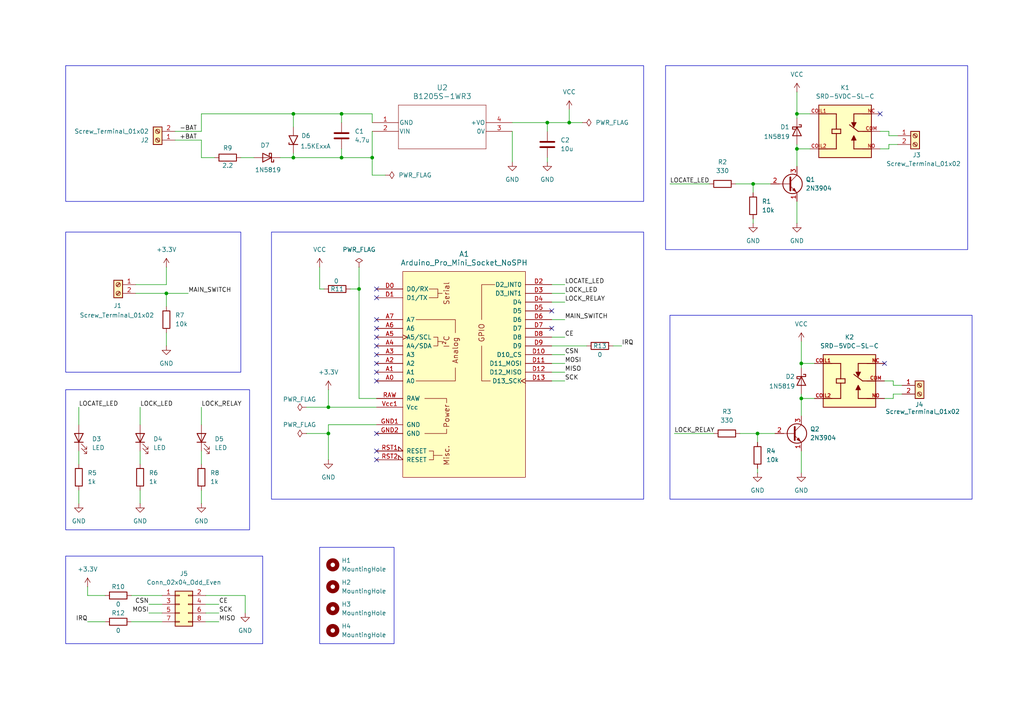
<source format=kicad_sch>
(kicad_sch (version 20250114) (generator "eeschema") (generator_version "9.0")
  (paper "A4")
  (title_block (title "Smart Key System - Receiver") (date "2025-05-07"))
  (lib_symbols
    (symbol "2025-05-05_17-54-42:B1205S-1WR3" (pin_names (offset 0.254))
      (property "Reference" "U" (at 20.32 10.16 0))
      (property "Value" "B1205S-1WR3" (at 20.32 7.62 0))
      (symbol "B1205S-1WR3_0_1"
        (polyline (pts (xy 7.62 5.08) (xy 7.62 -7.62)) (stroke (width 0.127)))
        (polyline (pts (xy 7.62 -7.62) (xy 33.02 -7.62)) (stroke (width 0.127)))
        (polyline (pts (xy 33.02 5.08) (xy 7.62 5.08)) (stroke (width 0.127)))
        (polyline (pts (xy 33.02 -7.62) (xy 33.02 5.08)) (stroke (width 0.127)))
        (pin power_out line (at 0 0 0) (length 7.62) (name "GND") (number "1"))
        (pin power_in line (at 0 -2.54 0) (length 7.62) (name "VIN") (number "2"))
        (pin power_in line (at 40.64 0 180) (length 7.62) (name "+VO") (number "4"))
        (pin unspecified line (at 40.64 -2.54 180) (length 7.62) (name "0V") (number "3"))
      )
    )
    (symbol "Connector:Screw_Terminal_01x02" (pin_names (offset 1.016) (hide yes))
      (property "Reference" "J" (at 0 2.54 0))
      (property "Value" "Screw_Terminal_01x02" (at 0 -5.08 0))
      (symbol "Screw_Terminal_01x02_1_1"
        (rectangle (start -1.27 1.27) (end 1.27 -3.81) (stroke (width 0.254)) (fill (type background)))
        (polyline (pts (xy -0.5334 0.3302) (xy 0.3302 -0.508)) (stroke (width 0.1524)))
        (polyline (pts (xy -0.5334 -2.2098) (xy 0.3302 -3.048)) (stroke (width 0.1524)))
        (polyline (pts (xy -0.3556 0.508) (xy 0.508 -0.3302)) (stroke (width 0.1524)))
        (polyline (pts (xy -0.3556 -2.032) (xy 0.508 -2.8702)) (stroke (width 0.1524)))
        (circle (center 0 0) (radius 0.635) (stroke (width 0.1524)))
        (circle (center 0 -2.54) (radius 0.635) (stroke (width 0.1524)))
        (pin passive line (at -5.08 0 0) (length 3.81) (name "Pin_1") (number "1"))
        (pin passive line (at -5.08 -2.54 0) (length 3.81) (name "Pin_2") (number "2"))
      )
    )
    (symbol "Connector_Generic:Conn_02x04_Odd_Even" (pin_names (offset 1.016) (hide yes))
      (property "Reference" "J" (at 1.27 5.08 0))
      (property "Value" "Conn_02x04_Odd_Even" (at 1.27 -7.62 0))
      (symbol "Conn_02x04_Odd_Even_1_1"
        (rectangle (start -1.27 3.81) (end 3.81 -6.35) (stroke (width 0.254)) (fill (type background)))
        (rectangle (start -1.27 2.667) (end 0 2.413) (stroke (width 0.1524)))
        (rectangle (start -1.27 0.127) (end 0 -0.127) (stroke (width 0.1524)))
        (rectangle (start -1.27 -2.413) (end 0 -2.667) (stroke (width 0.1524)))
        (rectangle (start -1.27 -4.953) (end 0 -5.207) (stroke (width 0.1524)))
        (rectangle (start 3.81 2.667) (end 2.54 2.413) (stroke (width 0.1524)))
        (rectangle (start 3.81 0.127) (end 2.54 -0.127) (stroke (width 0.1524)))
        (rectangle (start 3.81 -2.413) (end 2.54 -2.667) (stroke (width 0.1524)))
        (rectangle (start 3.81 -4.953) (end 2.54 -5.207) (stroke (width 0.1524)))
        (pin passive line (at -5.08 2.54 0) (length 3.81) (name "Pin_1") (number "1"))
        (pin passive line (at -5.08 0 0) (length 3.81) (name "Pin_3") (number "3"))
        (pin passive line (at -5.08 -2.54 0) (length 3.81) (name "Pin_5") (number "5"))
        (pin passive line (at -5.08 -5.08 0) (length 3.81) (name "Pin_7") (number "7"))
        (pin passive line (at 7.62 2.54 180) (length 3.81) (name "Pin_2") (number "2"))
        (pin passive line (at 7.62 0 180) (length 3.81) (name "Pin_4") (number "4"))
        (pin passive line (at 7.62 -2.54 180) (length 3.81) (name "Pin_6") (number "6"))
        (pin passive line (at 7.62 -5.08 180) (length 3.81) (name "Pin_8") (number "8"))
      )
    )
    (symbol "Device:C" (pin_numbers (hide yes)) (pin_names (offset 0.254))
      (property "Reference" "C" (at 0.635 2.54 0))
      (property "Value" "C" (at 0.635 -2.54 0))
      (symbol "C_0_1"
        (polyline (pts (xy -2.032 0.762) (xy 2.032 0.762)) (stroke (width 0.508)))
        (polyline (pts (xy -2.032 -0.762) (xy 2.032 -0.762)) (stroke (width 0.508)))
      )
      (symbol "C_1_1"
        (pin passive line (at 0 3.81 270) (length 2.794) (name "~") (number "1"))
        (pin passive line (at 0 -3.81 90) (length 2.794) (name "~") (number "2"))
      )
    )
    (symbol "Device:LED" (pin_numbers (hide yes)) (pin_names (offset 1.016) (hide yes))
      (property "Reference" "D" (at 0 2.54 0))
      (property "Value" "LED" (at 0 -2.54 0))
      (symbol "LED_0_1"
        (polyline (pts (xy -3.048 -0.762) (xy -4.572 -2.286) (xy -3.81 -2.286) (xy -4.572 -2.286) (xy -4.572 -1.524)))
        (polyline (pts (xy -1.778 -0.762) (xy -3.302 -2.286) (xy -2.54 -2.286) (xy -3.302 -2.286) (xy -3.302 -1.524)))
        (polyline (pts (xy -1.27 0) (xy 1.27 0)))
        (polyline (pts (xy -1.27 -1.27) (xy -1.27 1.27)) (stroke (width 0.254)))
        (polyline (pts (xy 1.27 -1.27) (xy 1.27 1.27) (xy -1.27 0) (xy 1.27 -1.27)) (stroke (width 0.254)))
      )
      (symbol "LED_1_1"
        (pin passive line (at -3.81 0 0) (length 2.54) (name "K") (number "1"))
        (pin passive line (at 3.81 0 180) (length 2.54) (name "A") (number "2"))
      )
    )
    (symbol "Device:R" (pin_numbers (hide yes)) (pin_names (offset 0))
      (property "Reference" "R" (at 2.032 0 90))
      (property "Value" "R" (at 0 0 90))
      (symbol "R_0_1"
        (rectangle (start -1.016 -2.54) (end 1.016 2.54) (stroke (width 0.254)))
      )
      (symbol "R_1_1"
        (pin passive line (at 0 3.81 270) (length 1.27) (name "~") (number "1"))
        (pin passive line (at 0 -3.81 90) (length 1.27) (name "~") (number "2"))
      )
    )
    (symbol "Diode:1.5KExxA" (pin_numbers (hide yes)) (pin_names (offset 1.016) (hide yes))
      (property "Reference" "D" (at 0 2.54 0))
      (property "Value" "1.5KExxA" (at 0 -2.54 0))
      (symbol "1.5KExxA_0_1"
        (polyline (pts (xy -0.762 1.27) (xy -1.27 1.27) (xy -1.27 -1.27)) (stroke (width 0.254)))
        (polyline (pts (xy 1.27 1.27) (xy 1.27 -1.27) (xy -1.27 0) (xy 1.27 1.27)) (stroke (width 0.254)))
      )
      (symbol "1.5KExxA_1_1"
        (pin passive line (at -3.81 0 0) (length 2.54) (name "A1") (number "1"))
        (pin passive line (at 3.81 0 180) (length 2.54) (name "A2") (number "2"))
      )
    )
    (symbol "Diode:1N5819" (pin_numbers (hide yes)) (pin_names (offset 1.016) (hide yes))
      (property "Reference" "D" (at 0 2.54 0))
      (property "Value" "1N5819" (at 0 -2.54 0))
      (symbol "1N5819_0_1"
        (polyline (pts (xy -1.905 0.635) (xy -1.905 1.27) (xy -1.27 1.27) (xy -1.27 -1.27) (xy -0.635 -1.27) (xy -0.635 -0.635)) (stroke (width 0.254)))
        (polyline (pts (xy 1.27 1.27) (xy 1.27 -1.27) (xy -1.27 0) (xy 1.27 1.27)) (stroke (width 0.254)))
        (polyline (pts (xy 1.27 0) (xy -1.27 0)))
      )
      (symbol "1N5819_1_1"
        (pin passive line (at -3.81 0 0) (length 2.54) (name "K") (number "1"))
        (pin passive line (at 3.81 0 180) (length 2.54) (name "A") (number "2"))
      )
    )
    (symbol "Mechanical:MountingHole" (pin_names (offset 1.016)) (in_bom no)
      (property "Reference" "H" (at 0 5.08 0))
      (property "Value" "MountingHole" (at 0 3.175 0))
      (symbol "MountingHole_0_1"
        (circle (center 0 0) (radius 1.27) (stroke (width 1.27)))
      )
    )
    (symbol "PCM_arduino-library:Arduino_Pro_Mini_Socket_NoSPH" (pin_names (offset 1.016))
      (property "Reference" "A" (at 0 36.83 0))
      (property "Value" "Arduino_Pro_Mini_Socket_NoSPH" (at 0 33.02 0))
      (symbol "Arduino_Pro_Mini_Socket_NoSPH_0_0"
        (rectangle (start -17.78 30.48) (end 17.78 -29.21) (fill (type background)))
        (polyline (pts (xy -11.43 -16.51) (xy -5.08 -16.51) (xy -5.08 -15.24)))
        (polyline (pts (xy -10.16 25.4) (xy -7.62 25.4) (xy -7.62 22.86) (xy -10.16 22.86)))
        (polyline (pts (xy -8.89 11.43) (xy -7.62 11.43) (xy -7.62 8.89) (xy -8.89 8.89)))
        (polyline (pts (xy -7.62 24.13) (xy -6.35 24.13)))
        (polyline (pts (xy -7.62 10.16) (xy -6.35 10.16)))
        (polyline (pts (xy -6.35 -22.86) (xy -8.89 -22.86)))
        (polyline (pts (xy -5.08 -7.62) (xy -5.08 -6.35) (xy -11.43 -6.35)))
        (polyline (pts (xy -2.54 12.7) (xy -2.54 16.51) (xy -13.97 16.51)))
        (polyline (pts (xy -2.54 2.54) (xy -2.54 -1.27) (xy -13.97 -1.27)))
        (text "Serial" (at -5.08 24.13 900) (effects (font (size 1.524 1.524))))
        (text "I²C" (at -5.08 10.16 900) (effects (font (size 1.524 1.524))))
        (text "Power" (at -5.08 -11.43 900) (effects (font (size 1.524 1.524))))
        (text "Misc." (at -5.08 -22.86 900) (effects (font (size 1.524 1.524))))
        (text "Analog" (at -2.54 7.62 900) (effects (font (size 1.524 1.524))))
      )
      (symbol "Arduino_Pro_Mini_Socket_NoSPH_0_1"
        (polyline (pts (xy -10.16 -24.13) (xy -8.89 -24.13) (xy -8.89 -21.59) (xy -10.16 -21.59)))
        (polyline (pts (xy 7.62 -1.27) (xy 5.08 -1.27) (xy 5.08 8.89)))
        (polyline (pts (xy 8.89 26.67) (xy 5.08 26.67) (xy 5.08 16.51)))
      )
      (symbol "Arduino_Pro_Mini_Socket_NoSPH_1_0"
        (text "GPIO" (at 5.08 12.7 900) (effects (font (size 1.524 1.524))))
      )
      (symbol "Arduino_Pro_Mini_Socket_NoSPH_1_1"
        (pin bidirectional line (at -25.4 25.4 0) (length 7.62) (name "D0/RX") (number "D0"))
        (pin bidirectional line (at -25.4 22.86 0) (length 7.62) (name "D1/TX") (number "D1"))
        (pin input line (at -25.4 16.51 0) (length 7.62) (name "A7") (number "A7"))
        (pin input line (at -25.4 13.97 0) (length 7.62) (name "A6") (number "A6"))
        (pin bidirectional clock (at -25.4 11.43 0) (length 7.62) (name "A5/SCL") (number "A5"))
        (pin bidirectional line (at -25.4 8.89 0) (length 7.62) (name "A4/SDA") (number "A4"))
        (pin bidirectional line (at -25.4 6.35 0) (length 7.62) (name "A3") (number "A3"))
        (pin bidirectional line (at -25.4 3.81 0) (length 7.62) (name "A2") (number "A2"))
        (pin bidirectional line (at -25.4 1.27 0) (length 7.62) (name "A1") (number "A1"))
        (pin bidirectional line (at -25.4 -1.27 0) (length 7.62) (name "A0") (number "A0"))
        (pin power_in line (at -25.4 -6.35 0) (length 7.62) (name "RAW") (number "RAW"))
        (pin power_in line (at -25.4 -8.89 0) (length 7.62) (name "Vcc") (number "Vcc1"))
        (pin power_in line (at -25.4 -13.97 0) (length 7.62) (name "GND") (number "GND1"))
        (pin power_in line (at -25.4 -16.51 0) (length 7.62) (name "GND") (number "GND2"))
        (pin open_collector input_low (at -25.4 -21.59 0) (length 7.62) (name "RESET") (number "RST1"))
        (pin open_collector input_low (at -25.4 -24.13 0) (length 7.62) (name "RESET") (number "RST2"))
        (pin bidirectional line (at 25.4 26.67 180) (length 7.62) (name "D2_INT0") (number "D2"))
        (pin bidirectional line (at 25.4 24.13 180) (length 7.62) (name "D3_INT1") (number "D3"))
        (pin bidirectional line (at 25.4 21.59 180) (length 7.62) (name "D4") (number "D4"))
        (pin bidirectional line (at 25.4 19.05 180) (length 7.62) (name "D5") (number "D5"))
        (pin bidirectional line (at 25.4 16.51 180) (length 7.62) (name "D6") (number "D6"))
        (pin bidirectional line (at 25.4 13.97 180) (length 7.62) (name "D7") (number "D7"))
        (pin bidirectional line (at 25.4 11.43 180) (length 7.62) (name "D8") (number "D8"))
        (pin bidirectional line (at 25.4 8.89 180) (length 7.62) (name "D9") (number "D9"))
        (pin bidirectional line (at 25.4 6.35 180) (length 7.62) (name "D10_CS") (number "D10"))
        (pin bidirectional line (at 25.4 3.81 180) (length 7.62) (name "D11_MOSI") (number "D11"))
        (pin bidirectional line (at 25.4 1.27 180) (length 7.62) (name "D12_MISO") (number "D12"))
        (pin bidirectional clock (at 25.4 -1.27 180) (length 7.62) (name "D13_SCK") (number "D13"))
      )
    )
    (symbol "SRD-12VDC-SL-C:SRD-12VDC-SL-C" (pin_names (offset 1.016))
      (property "Reference" "K" (at -7.62 8.89 0))
      (property "Value" "SRD-12VDC-SL-C" (at -7.62 -10.16 0))
      (symbol "SRD-12VDC-SL-C_0_0"
        (polyline (pts (xy -7.62 5.08) (xy -2.54 5.08)) (stroke (width 0.254)))
        (polyline (pts (xy -7.62 -5.08) (xy -2.54 -5.08)) (stroke (width 0.254)))
        (rectangle (start -7.62 -7.62) (end 7.62 7.62) (stroke (width 0.254)) (fill (type background)))
        (polyline (pts (xy -3.81 0.635) (xy -2.54 0.635)) (stroke (width 0.254)))
        (polyline (pts (xy -3.81 -0.635) (xy -3.81 0.635)) (stroke (width 0.254)))
        (polyline (pts (xy -2.54 5.08) (xy -2.54 0.635)) (stroke (width 0.254)))
        (polyline (pts (xy -2.54 0.635) (xy -1.27 0.635)) (stroke (width 0.254)))
        (polyline (pts (xy -2.54 -0.635) (xy -3.81 -0.635)) (stroke (width 0.254)))
        (polyline (pts (xy -2.54 -0.635) (xy -2.54 -5.08)) (stroke (width 0.254)))
        (polyline (pts (xy -1.27 0.635) (xy -1.27 -0.635)) (stroke (width 0.254)))
        (polyline (pts (xy -1.27 -0.635) (xy -2.54 -0.635)) (stroke (width 0.254)))
        (polyline (pts (xy 1.905 -2.54) (xy 3.175 -2.54) (xy 2.54 -1.27) (xy 1.905 -2.54)) (stroke (width 0.254)) (fill (type outline)))
        (polyline (pts (xy 2.54 5.08) (xy 2.54 2.54)) (stroke (width 0.254)))
        (polyline (pts (xy 2.54 5.08) (xy 7.62 5.08)) (stroke (width 0.254)))
        (polyline (pts (xy 2.54 -5.08) (xy 2.54 -2.54)) (stroke (width 0.254)))
        (polyline (pts (xy 3.175 2.54) (xy 1.905 2.54) (xy 2.54 1.27) (xy 3.175 2.54)) (stroke (width 0.254)) (fill (type outline)))
        (polyline (pts (xy 3.81 0) (xy 1.27 1.905)) (stroke (width 0.254)))
        (polyline (pts (xy 7.62 0) (xy 3.81 0)) (stroke (width 0.254)))
        (polyline (pts (xy 7.62 -5.08) (xy 2.54 -5.08)) (stroke (width 0.254)))
        (pin passive line (at -10.16 5.08 0) (length 5.08) (name "~") (number "COIL1"))
        (pin passive line (at -10.16 -5.08 0) (length 5.08) (name "~") (number "COIL2"))
        (pin passive line (at 10.16 5.08 180) (length 5.08) (name "~") (number "NC"))
        (pin passive line (at 10.16 0 180) (length 5.08) (name "~") (number "COM"))
        (pin passive line (at 10.16 -5.08 180) (length 5.08) (name "~") (number "NO"))
      )
    )
    (symbol "Transistor_BJT:2N3904" (pin_names (offset 0) (hide yes))
      (property "Reference" "Q" (at 5.08 1.905 0))
      (property "Value" "2N3904" (at 5.08 0 0))
      (symbol "2N3904_0_1"
        (polyline (pts (xy -2.54 0) (xy 0.635 0)))
        (polyline (pts (xy 0.635 1.905) (xy 0.635 -1.905)) (stroke (width 0.508)))
        (circle (center 1.27 0) (radius 2.8194) (stroke (width 0.254)))
      )
      (symbol "2N3904_1_1"
        (polyline (pts (xy 0.635 0.635) (xy 2.54 2.54)))
        (polyline (pts (xy 0.635 -0.635) (xy 2.54 -2.54)))
        (polyline (pts (xy 1.27 -1.778) (xy 1.778 -1.27) (xy 2.286 -2.286) (xy 1.27 -1.778)) (fill (type outline)))
        (pin input line (at -5.08 0 0) (length 2.54) (name "B") (number "2"))
        (pin passive line (at 2.54 5.08 270) (length 2.54) (name "C") (number "3"))
        (pin passive line (at 2.54 -5.08 90) (length 2.54) (name "E") (number "1"))
      )
    )
    (symbol "power:+3.3V" (power) (pin_numbers (hide yes)) (pin_names (offset 0) (hide yes))
      (property "Value" "+3.3V" (at 0 3.556 0))
      (symbol "+3.3V_0_1"
        (polyline (pts (xy -0.762 1.27) (xy 0 2.54)))
        (polyline (pts (xy 0 2.54) (xy 0.762 1.27)))
        (polyline (pts (xy 0 0) (xy 0 2.54)))
      )
      (symbol "+3.3V_1_1"
        (pin power_in line (at 0 0 90) (length 0) (name "~") (number "1"))
      )
    )
    (symbol "power:GND" (power) (pin_numbers (hide yes)) (pin_names (offset 0) (hide yes))
      (property "Value" "GND" (at 0 -3.81 0))
      (symbol "GND_0_1"
        (polyline (pts (xy 0 0) (xy 0 -1.27) (xy 1.27 -1.27) (xy 0 -2.54) (xy -1.27 -1.27) (xy 0 -1.27)))
      )
      (symbol "GND_1_1"
        (pin power_in line (at 0 0 270) (length 0) (name "~") (number "1"))
      )
    )
    (symbol "power:PWR_FLAG" (power) (pin_numbers (hide yes)) (pin_names (offset 0) (hide yes))
      (property "Value" "PWR_FLAG" (at 0 3.81 0))
      (symbol "PWR_FLAG_0_0"
        (pin power_out line (at 0 0 90) (length 0) (name "~") (number "1"))
      )
      (symbol "PWR_FLAG_0_1"
        (polyline (pts (xy 0 0) (xy 0 1.27) (xy -1.016 1.905) (xy 0 2.54) (xy 1.016 1.905) (xy 0 1.27)))
      )
    )
    (symbol "power:VCC" (power) (pin_numbers (hide yes)) (pin_names (offset 0) (hide yes))
      (property "Value" "VCC" (at 0 3.556 0))
      (symbol "VCC_0_1"
        (polyline (pts (xy -0.762 1.27) (xy 0 2.54)))
        (polyline (pts (xy 0 2.54) (xy 0.762 1.27)))
        (polyline (pts (xy 0 0) (xy 0 2.54)))
      )
      (symbol "VCC_1_1"
        (pin power_in line (at 0 0 90) (length 0) (name "~") (number "1"))
      )
    )
  )
  (rectangle (start 193.04 19.05) (end 280.67 72.39))
  (rectangle (start 19.05 67.31) (end 69.85 107.95))
  (rectangle (start 194.31 91.44) (end 281.94 144.78))
  (rectangle (start 19.05 113.03) (end 72.39 153.67))
  (rectangle (start 92.71 158.75) (end 114.3 186.69))
  (rectangle (start 78.74 67.31) (end 186.69 144.78))
  (rectangle (start 19.05 19.05) (end 186.69 58.42))
  (rectangle (start 19.05 161.29) (end 76.2 186.69))
  (junction (at 99.06 33.02))
  (junction (at 232.41 115.57))
  (junction (at 218.44 53.34))
  (junction (at 232.41 105.41))
  (junction (at 231.14 43.18))
  (junction (at 104.14 83.82))
  (junction (at 95.25 125.73))
  (junction (at 231.14 33.02))
  (junction (at 158.75 35.56))
  (junction (at 48.26 85.09))
  (junction (at 107.95 45.72))
  (junction (at 219.71 125.73))
  (junction (at 99.06 45.72))
  (junction (at 85.09 45.72))
  (junction (at 95.25 118.11))
  (junction (at 85.09 33.02))
  (junction (at 165.1 35.56))
  (no_connect (at 256.54 105.41))
  (no_connect (at 109.22 133.35))
  (no_connect (at 109.22 102.87))
  (no_connect (at 109.22 97.79))
  (no_connect (at 160.02 95.25))
  (no_connect (at 109.22 105.41))
  (no_connect (at 160.02 90.17))
  (no_connect (at 109.22 125.73))
  (no_connect (at 109.22 110.49))
  (no_connect (at 109.22 86.36))
  (no_connect (at 109.22 100.33))
  (no_connect (at 255.27 33.02))
  (no_connect (at 109.22 92.71))
  (no_connect (at 109.22 95.25))
  (no_connect (at 109.22 107.95))
  (no_connect (at 109.22 83.82))
  (no_connect (at 109.22 130.81))
  (wire (pts (xy 48.26 85.09) (xy 48.26 88.9)))
  (wire (pts (xy 218.44 53.34) (xy 223.52 53.34)))
  (wire (pts (xy 107.95 45.72) (xy 99.06 45.72)))
  (wire (pts (xy 81.28 45.72) (xy 85.09 45.72)))
  (wire (pts (xy 58.42 130.81) (xy 58.42 134.62)))
  (wire (pts (xy 95.25 118.11) (xy 95.25 113.03)))
  (wire (pts (xy 148.59 35.56) (xy 158.75 35.56)))
  (wire (pts (xy 38.1 180.34) (xy 46.99 180.34)))
  (wire (pts (xy 160.02 100.33) (xy 170.18 100.33)))
  (wire (pts (xy 95.25 125.73) (xy 88.9 125.73)))
  (wire (pts (xy 219.71 125.73) (xy 224.79 125.73)))
  (wire (pts (xy 218.44 63.5) (xy 218.44 64.77)))
  (wire (pts (xy 40.64 130.81) (xy 40.64 134.62)))
  (wire (pts (xy 107.95 33.02) (xy 107.95 35.56)))
  (wire (pts (xy 177.8 100.33) (xy 180.34 100.33)))
  (wire (pts (xy 59.69 180.34) (xy 63.5 180.34)))
  (wire (pts (xy 158.75 35.56) (xy 165.1 35.56)))
  (wire (pts (xy 48.26 85.09) (xy 54.61 85.09)))
  (wire (pts (xy 232.41 130.81) (xy 232.41 137.16)))
  (wire (pts (xy 234.95 33.02) (xy 231.14 33.02)))
  (wire (pts (xy 92.71 83.82) (xy 93.98 83.82)))
  (wire (pts (xy 194.31 53.34) (xy 205.74 53.34)))
  (wire (pts (xy 255.27 43.18) (xy 257.81 43.18)))
  (wire (pts (xy 88.9 118.11) (xy 95.25 118.11)))
  (wire (pts (xy 257.81 38.1) (xy 257.81 39.37)))
  (wire (pts (xy 195.58 125.73) (xy 207.01 125.73)))
  (wire (pts (xy 39.37 85.09) (xy 48.26 85.09)))
  (wire (pts (xy 158.75 46.99) (xy 158.75 45.72)))
  (wire (pts (xy 236.22 105.41) (xy 232.41 105.41)))
  (wire (pts (xy 218.44 53.34) (xy 218.44 55.88)))
  (wire (pts (xy 85.09 33.02) (xy 85.09 36.83)))
  (wire (pts (xy 99.06 45.72) (xy 99.06 43.18)))
  (wire (pts (xy 259.08 114.3) (xy 261.62 114.3)))
  (wire (pts (xy 107.95 45.72) (xy 107.95 50.8)))
  (wire (pts (xy 95.25 123.19) (xy 95.25 125.73)))
  (wire (pts (xy 85.09 45.72) (xy 99.06 45.72)))
  (wire (pts (xy 255.27 38.1) (xy 257.81 38.1)))
  (wire (pts (xy 165.1 31.75) (xy 165.1 35.56)))
  (wire (pts (xy 58.42 118.11) (xy 58.42 123.19)))
  (wire (pts (xy 85.09 33.02) (xy 99.06 33.02)))
  (wire (pts (xy 232.41 114.3) (xy 232.41 115.57)))
  (wire (pts (xy 109.22 123.19) (xy 95.25 123.19)))
  (wire (pts (xy 22.86 130.81) (xy 22.86 134.62)))
  (wire (pts (xy 232.41 105.41) (xy 232.41 106.68)))
  (wire (pts (xy 219.71 125.73) (xy 219.71 128.27)))
  (wire (pts (xy 213.36 53.34) (xy 218.44 53.34)))
  (wire (pts (xy 232.41 115.57) (xy 232.41 120.65)))
  (wire (pts (xy 101.6 83.82) (xy 104.14 83.82)))
  (wire (pts (xy 219.71 135.89) (xy 219.71 137.16)))
  (wire (pts (xy 22.86 142.24) (xy 22.86 146.05)))
  (wire (pts (xy 58.42 38.1) (xy 50.8 38.1)))
  (wire (pts (xy 232.41 99.06) (xy 232.41 105.41)))
  (wire (pts (xy 231.14 26.67) (xy 231.14 33.02)))
  (wire (pts (xy 25.4 172.72) (xy 25.4 170.18)))
  (wire (pts (xy 104.14 115.57) (xy 109.22 115.57)))
  (wire (pts (xy 95.25 125.73) (xy 95.25 133.35)))
  (wire (pts (xy 259.08 110.49) (xy 259.08 111.76)))
  (wire (pts (xy 48.26 77.47) (xy 48.26 82.55)))
  (wire (pts (xy 256.54 115.57) (xy 259.08 115.57)))
  (wire (pts (xy 71.12 172.72) (xy 71.12 177.8)))
  (wire (pts (xy 165.1 35.56) (xy 168.91 35.56)))
  (wire (pts (xy 104.14 77.47) (xy 104.14 83.82)))
  (wire (pts (xy 158.75 35.56) (xy 158.75 38.1)))
  (wire (pts (xy 50.8 40.64) (xy 58.42 40.64)))
  (wire (pts (xy 231.14 41.91) (xy 231.14 43.18)))
  (wire (pts (xy 58.42 40.64) (xy 58.42 45.72)))
  (wire (pts (xy 39.37 82.55) (xy 48.26 82.55)))
  (wire (pts (xy 107.95 50.8) (xy 111.76 50.8)))
  (wire (pts (xy 257.81 43.18) (xy 257.81 41.91)))
  (wire (pts (xy 160.02 87.63) (xy 163.83 87.63)))
  (wire (pts (xy 259.08 111.76) (xy 261.62 111.76)))
  (wire (pts (xy 40.64 118.11) (xy 40.64 123.19)))
  (wire (pts (xy 22.86 118.11) (xy 22.86 123.19)))
  (wire (pts (xy 214.63 125.73) (xy 219.71 125.73)))
  (wire (pts (xy 160.02 97.79) (xy 163.83 97.79)))
  (wire (pts (xy 48.26 96.52) (xy 48.26 100.33)))
  (wire (pts (xy 58.42 33.02) (xy 58.42 38.1)))
  (wire (pts (xy 231.14 58.42) (xy 231.14 64.77)))
  (wire (pts (xy 59.69 175.26) (xy 63.5 175.26)))
  (wire (pts (xy 43.18 175.26) (xy 46.99 175.26)))
  (wire (pts (xy 231.14 43.18) (xy 231.14 48.26)))
  (wire (pts (xy 58.42 45.72) (xy 62.23 45.72)))
  (wire (pts (xy 148.59 38.1) (xy 148.59 46.99)))
  (wire (pts (xy 257.81 39.37) (xy 260.35 39.37)))
  (wire (pts (xy 69.85 45.72) (xy 73.66 45.72)))
  (wire (pts (xy 259.08 115.57) (xy 259.08 114.3)))
  (wire (pts (xy 59.69 177.8) (xy 63.5 177.8)))
  (wire (pts (xy 160.02 85.09) (xy 163.83 85.09)))
  (wire (pts (xy 99.06 33.02) (xy 107.95 33.02)))
  (wire (pts (xy 160.02 105.41) (xy 163.83 105.41)))
  (wire (pts (xy 43.18 177.8) (xy 46.99 177.8)))
  (wire (pts (xy 58.42 33.02) (xy 85.09 33.02)))
  (wire (pts (xy 160.02 102.87) (xy 163.83 102.87)))
  (wire (pts (xy 38.1 172.72) (xy 46.99 172.72)))
  (wire (pts (xy 257.81 41.91) (xy 260.35 41.91)))
  (wire (pts (xy 160.02 110.49) (xy 163.83 110.49)))
  (wire (pts (xy 160.02 82.55) (xy 163.83 82.55)))
  (wire (pts (xy 107.95 38.1) (xy 107.95 45.72)))
  (wire (pts (xy 92.71 77.47) (xy 92.71 83.82)))
  (wire (pts (xy 104.14 83.82) (xy 104.14 115.57)))
  (wire (pts (xy 25.4 180.34) (xy 30.48 180.34)))
  (wire (pts (xy 231.14 33.02) (xy 231.14 34.29)))
  (wire (pts (xy 231.14 43.18) (xy 234.95 43.18)))
  (wire (pts (xy 109.22 118.11) (xy 95.25 118.11)))
  (wire (pts (xy 59.69 172.72) (xy 71.12 172.72)))
  (wire (pts (xy 99.06 33.02) (xy 99.06 35.56)))
  (wire (pts (xy 58.42 142.24) (xy 58.42 146.05)))
  (wire (pts (xy 160.02 92.71) (xy 163.83 92.71)))
  (wire (pts (xy 256.54 110.49) (xy 259.08 110.49)))
  (wire (pts (xy 160.02 107.95) (xy 163.83 107.95)))
  (wire (pts (xy 232.41 115.57) (xy 236.22 115.57)))
  (wire (pts (xy 25.4 172.72) (xy 30.48 172.72)))
  (wire (pts (xy 40.64 142.24) (xy 40.64 146.05)))
  (wire (pts (xy 85.09 44.45) (xy 85.09 45.72)))
  (label "IRQ" (at 25.4 180.34 180))
  (label "+BAT" (at 52.07 40.64 0))
  (label "-BAT" (at 52.07 38.1 0))
  (label "SCK" (at 163.83 110.49 0))
  (label "MAIN_SWITCH" (at 163.83 92.71 0))
  (label "MAIN_SWITCH" (at 54.61 85.09 0))
  (label "CSN" (at 163.83 102.87 0))
  (label "CSN" (at 43.18 175.26 180))
  (label "CE" (at 63.5 175.26 0))
  (label "LOCATE_LED" (at 194.31 53.34 0))
  (label "MOSI" (at 43.18 177.8 180))
  (label "SCK" (at 63.5 177.8 0))
  (label "MISO" (at 63.5 180.34 0))
  (label "LOCK_LED" (at 163.83 85.09 0))
  (label "LOCK_RELAY" (at 163.83 87.63 0))
  (label "LOCK_RELAY" (at 195.58 125.73 0))
  (label "MISO" (at 163.83 107.95 0))
  (label "IRQ" (at 180.34 100.33 0))
  (label "LOCK_RELAY" (at 58.42 118.11 0))
  (label "MOSI" (at 163.83 105.41 0))
  (label "LOCK_LED" (at 40.64 118.11 0))
  (label "CE" (at 163.83 97.79 0))
  (label "LOCATE_LED" (at 22.86 118.11 0))
  (label "LOCATE_LED" (at 163.83 82.55 0))
  (symbol (lib_id "power:VCC") (at 165.1 31.75 0) (unit 1)
    (property "Reference" "#PWR05" (effects (hide yes)))
    (property "Value" "VCC" (at 165.1 26.67 0))
    (property "Description" "Power symbol creates a global label with name \"VCC\"" (effects (hide yes)))
  )
  (symbol (lib_id "Device:R") (at 97.79 83.82 270) (unit 1)
    (property "Reference" "R11" (at 97.79 83.82 90))
    (property "Value" "0" (at 97.536 81.534 90))
    (property "Footprint" "Resistor_THT:R_Axial_DIN0207_L6.3mm_D2.5mm_P15.24mm_Horizontal" (effects (hide yes)))
    (property "Description" "Resistor" (effects (hide yes)))
  )
  (symbol (lib_id "power:GND") (at 71.12 177.8 0) (unit 1)
    (property "Reference" "#PWR018" (effects (hide yes)))
    (property "Value" "GND" (at 71.12 182.88 0))
    (property "Description" "Power symbol creates a global label with name \"GND\" , ground" (effects (hide yes)))
  )
  (symbol (lib_id "power:VCC") (at 232.41 99.06 0) (unit 1)
    (property "Reference" "#PWR012" (effects (hide yes)))
    (property "Value" "VCC" (at 232.41 93.98 0))
    (property "Description" "Power symbol creates a global label with name \"VCC\"" (effects (hide yes)))
  )
  (symbol (lib_id "2025-05-05_17-54-42:B1205S-1WR3") (at 107.95 35.56 0) (unit 1)
    (property "Reference" "U2" (at 128.27 25.4 0) (effects (font (size 1.524 1.524))))
    (property "Value" "B1205S-1WR3" (at 128.27 27.94 0) (effects (font (size 1.524 1.524))))
    (property "Footprint" "footprints:SIP4_B_S-1WR3_MNS" (effects (hide yes)))
    (property "Datasheet" "B1205S-1WR3" (effects (hide yes)))
  )
  (symbol (lib_id "power:GND") (at 232.41 137.16 0) (unit 1)
    (property "Reference" "#PWR013" (effects (hide yes)))
    (property "Value" "GND" (at 232.41 142.24 0))
    (property "Description" "Power symbol creates a global label with name \"GND\" , ground" (effects (hide yes)))
  )
  (symbol (lib_id "Device:R") (at 219.71 132.08 180) (unit 1)
    (property "Reference" "R4" (at 222.25 130.8099 0) (effects (justify right)))
    (property "Value" "10k" (at 222.25 133.3499 0) (effects (justify right)))
    (property "Footprint" "Resistor_THT:R_Axial_DIN0207_L6.3mm_D2.5mm_P10.16mm_Horizontal" (effects (hide yes)))
    (property "Description" "Resistor" (effects (hide yes)))
  )
  (symbol (lib_id "Device:R") (at 58.42 138.43 180) (unit 1)
    (property "Reference" "R8" (at 60.96 137.1599 0) (effects (justify right)))
    (property "Value" "1k" (at 60.96 139.6999 0) (effects (justify right)))
    (property "Footprint" "Resistor_THT:R_Axial_DIN0207_L6.3mm_D2.5mm_P10.16mm_Horizontal" (effects (hide yes)))
    (property "Description" "Resistor" (effects (hide yes)))
  )
  (symbol (lib_id "power:GND") (at 40.64 146.05 0) (unit 1)
    (property "Reference" "#PWR015" (effects (hide yes)))
    (property "Value" "GND" (at 40.64 151.13 0))
    (property "Description" "Power symbol creates a global label with name \"GND\" , ground" (effects (hide yes)))
  )
  (symbol (lib_id "Device:LED") (at 22.86 127 90) (unit 1)
    (property "Reference" "D3" (at 26.67 127.3174 90) (effects (justify right)))
    (property "Value" "LED" (at 26.67 129.8574 90) (effects (justify right)))
    (property "Footprint" "LED_THT:LED_D3.0mm" (effects (hide yes)))
    (property "Description" "Light emitting diode" (effects (hide yes)))
    (property "Sim.Pins" "1=K 2=A" (effects (hide yes)))
  )
  (symbol (lib_id "power:PWR_FLAG") (at 88.9 125.73 90) (unit 1)
    (property "Reference" "#FLG06" (effects (hide yes)))
    (property "Value" "PWR_FLAG" (at 86.868 123.19 90))
    (property "Description" "Special symbol for telling ERC where power comes from" (effects (hide yes)))
  )
  (symbol (lib_id "Connector:Screw_Terminal_01x02") (at 34.29 82.55 0) (mirror y) (unit 1)
    (property "Reference" "J1" (at 35.306 88.646 0) (effects (justify left)))
    (property "Value" "Screw_Terminal_01x02" (at 44.704 91.44 0) (effects (justify left)))
    (property "Footprint" "TerminalBlock_CUI:TerminalBlock_CUI_TB007-508-02_1x02_P5.08mm_Horizontal" (effects (hide yes)))
    (property "Description" "Generic screw terminal, single row, 01x02, script generated (kicad-library-utils/schlib/autogen/connector/)" (effects (hide yes)))
  )
  (symbol (lib_id "Diode:1N5819") (at 232.41 110.49 270) (unit 1)
    (property "Reference" "D2" (at 227.838 109.22 90) (effects (justify left)))
    (property "Value" "1N5819" (at 226.822 112.014 90))
    (property "Footprint" "Diode_THT:D_DO-41_SOD81_P10.16mm_Horizontal" (effects (hide yes)))
    (property "Datasheet" "http://www.vishay.com/docs/88525/1n5817.pdf" (effects (hide yes)))
    (property "Description" "40V 1A Schottky Barrier Rectifier Diode, DO-41" (effects (hide yes)))
    (property "Sim.Device" "D" (effects (hide yes)))
    (property "Sim.Pins" "1=K 2=A" (effects (hide yes)))
  )
  (symbol (lib_id "Mechanical:MountingHole") (at 96.52 176.53 0) (unit 1) (in_bom no)
    (property "Reference" "H3" (at 99.06 175.2599 0) (effects (justify left)))
    (property "Value" "MountingHole" (at 99.06 177.7999 0) (effects (justify left)))
    (property "Footprint" "MountingHole:MountingHole_3.2mm_M3" (effects (hide yes)))
    (property "Description" "Mounting Hole without connection" (effects (hide yes)))
  )
  (symbol (lib_id "power:PWR_FLAG") (at 88.9 118.11 90) (unit 1)
    (property "Reference" "#FLG05" (effects (hide yes)))
    (property "Value" "PWR_FLAG" (at 86.868 115.824 90))
    (property "Description" "Special symbol for telling ERC where power comes from" (effects (hide yes)))
  )
  (symbol (lib_id "Device:R") (at 210.82 125.73 270) (unit 1)
    (property "Reference" "R3" (at 210.82 119.38 90))
    (property "Value" "330" (at 210.82 121.92 90))
    (property "Footprint" "Resistor_THT:R_Axial_DIN0207_L6.3mm_D2.5mm_P10.16mm_Horizontal" (effects (hide yes)))
    (property "Description" "Resistor" (effects (hide yes)))
  )
  (symbol (lib_id "Connector:Screw_Terminal_01x02") (at 266.7 111.76 0) (unit 1)
    (property "Reference" "J4" (at 265.43 117.348 0) (effects (justify left)))
    (property "Value" "Screw_Terminal_01x02" (at 256.794 119.38 0) (effects (justify left)))
    (property "Footprint" "TerminalBlock_CUI:TerminalBlock_CUI_TB007-508-02_1x02_P5.08mm_Horizontal" (effects (hide yes)))
    (property "Description" "Generic screw terminal, single row, 01x02, script generated (kicad-library-utils/schlib/autogen/connector/)" (effects (hide yes)))
  )
  (symbol (lib_id "Mechanical:MountingHole") (at 96.52 170.18 0) (unit 1) (in_bom no)
    (property "Reference" "H2" (at 99.06 168.9099 0) (effects (justify left)))
    (property "Value" "MountingHole" (at 99.06 171.4499 0) (effects (justify left)))
    (property "Footprint" "MountingHole:MountingHole_3.2mm_M3" (effects (hide yes)))
    (property "Description" "Mounting Hole without connection" (effects (hide yes)))
  )
  (symbol (lib_id "power:+3.3V") (at 25.4 170.18 0) (unit 1)
    (property "Reference" "#PWR017" (effects (hide yes)))
    (property "Value" "+3.3V" (at 25.4 165.1 0))
    (property "Description" "Power symbol creates a global label with name \"+3.3V\"" (effects (hide yes)))
  )
  (symbol (lib_id "power:VCC") (at 92.71 77.47 0) (unit 1)
    (property "Reference" "#PWR06" (effects (hide yes)))
    (property "Value" "VCC" (at 92.71 72.39 0))
    (property "Description" "Power symbol creates a global label with name \"VCC\"" (effects (hide yes)))
  )
  (symbol (lib_id "power:GND") (at 148.59 46.99 0) (unit 1)
    (property "Reference" "#PWR03" (effects (hide yes)))
    (property "Value" "GND" (at 148.59 52.07 0))
    (property "Description" "Power symbol creates a global label with name \"GND\" , ground" (effects (hide yes)))
  )
  (symbol (lib_id "Diode:1N5819") (at 77.47 45.72 180) (unit 1)
    (property "Reference" "D7" (at 78.232 42.164 0) (effects (justify left)))
    (property "Value" "1N5819" (at 77.724 49.276 0))
    (property "Footprint" "Diode_THT:D_DO-41_SOD81_P10.16mm_Horizontal" (effects (hide yes)))
    (property "Datasheet" "http://www.vishay.com/docs/88525/1n5817.pdf" (effects (hide yes)))
    (property "Description" "40V 1A Schottky Barrier Rectifier Diode, DO-41" (effects (hide yes)))
    (property "Sim.Device" "D" (effects (hide yes)))
    (property "Sim.Pins" "1=K 2=A" (effects (hide yes)))
  )
  (symbol (lib_id "power:PWR_FLAG") (at 104.14 77.47 0) (unit 1)
    (property "Reference" "#FLG03" (effects (hide yes)))
    (property "Value" "PWR_FLAG" (at 104.14 72.39 0))
    (property "Description" "Special symbol for telling ERC where power comes from" (effects (hide yes)))
  )
  (symbol (lib_id "Device:R") (at 34.29 180.34 270) (unit 1)
    (property "Reference" "R12" (at 34.29 177.8 90))
    (property "Value" "0" (at 34.29 182.88 90))
    (property "Footprint" "Resistor_THT:R_Axial_DIN0207_L6.3mm_D2.5mm_P10.16mm_Horizontal" (effects (hide yes)))
    (property "Description" "Resistor" (effects (hide yes)))
  )
  (symbol (lib_id "Device:R") (at 209.55 53.34 270) (unit 1)
    (property "Reference" "R2" (at 209.55 46.99 90))
    (property "Value" "330" (at 209.55 49.53 90))
    (property "Footprint" "Resistor_THT:R_Axial_DIN0207_L6.3mm_D2.5mm_P10.16mm_Horizontal" (effects (hide yes)))
    (property "Description" "Resistor" (effects (hide yes)))
  )
  (symbol (lib_id "Transistor_BJT:2N3904") (at 229.87 125.73 0) (unit 1)
    (property "Reference" "Q2" (at 234.95 124.4599 0) (effects (justify left)))
    (property "Value" "2N3904" (at 234.95 126.9999 0) (effects (justify left)))
    (property "Footprint" "Package_TO_SOT_THT:TO-92_Inline" (effects (hide yes)))
    (property "Datasheet" "https://www.onsemi.com/pub/Collateral/2N3903-D.PDF" (effects (hide yes)))
    (property "Description" "0.2A Ic, 40V Vce, Small Signal NPN Transistor, TO-92" (effects (hide yes)))
  )
  (symbol (lib_id "PCM_arduino-library:Arduino_Pro_Mini_Socket_NoSPH") (at 134.62 109.22 0) (unit 1)
    (property "Reference" "A1" (at 134.62 73.66 0) (effects (font (size 1.524 1.524))))
    (property "Value" "Arduino_Pro_Mini_Socket_NoSPH" (at 134.62 76.2 0) (effects (font (size 1.524 1.524))))
    (property "Footprint" "PCM_arduino-library:Arduino_Pro_Mini_Socket_NoSPH" (effects (hide yes)))
    (property "Datasheet" "https://docs.arduino.cc/retired/boards/arduino-pro-mini" (effects (hide yes)))
    (property "Description" "Socket for Arduino Pro Mini (without Programming Header Pins)" (effects (hide yes)))
  )
  (symbol (lib_id "power:PWR_FLAG") (at 168.91 35.56 270) (unit 1)
    (property "Reference" "#FLG07" (effects (hide yes)))
    (property "Value" "PWR_FLAG" (at 172.72 35.5599 90) (effects (justify left)))
    (property "Description" "Special symbol for telling ERC where power comes from" (effects (hide yes)))
  )
  (symbol (lib_id "Device:R") (at 34.29 172.72 270) (unit 1)
    (property "Reference" "R10" (at 34.29 170.18 90))
    (property "Value" "0" (at 34.29 175.26 90))
    (property "Footprint" "Resistor_THT:R_Axial_DIN0207_L6.3mm_D2.5mm_P10.16mm_Horizontal" (effects (hide yes)))
    (property "Description" "Resistor" (effects (hide yes)))
  )
  (symbol (lib_id "power:+3.3V") (at 95.25 113.03 0) (unit 1)
    (property "Reference" "#PWR07" (effects (hide yes)))
    (property "Value" "+3.3V" (at 95.25 107.95 0))
    (property "Description" "Power symbol creates a global label with name \"+3.3V\"" (effects (hide yes)))
  )
  (symbol (lib_id "SRD-12VDC-SL-C:SRD-12VDC-SL-C") (at 246.38 110.49 0) (unit 1)
    (property "Reference" "K2" (at 246.38 97.79 0))
    (property "Value" "SRD-5VDC-SL-C" (at 246.38 100.33 0))
    (property "Footprint" "SRD-12VDC-SL-C:RELAY_SRD-12VDC-SL-C" (effects (hide yes)))
    (property "MF" "Songle Relay" (effects (hide yes)))
    (property "MAXIMUM_PACKAGE_HEIGHT" "15.8 mm" (effects (hide yes)))
    (property "Package" "NON STANDARD-5 Songle Relay" (effects (hide yes)))
    (property "Price" "None" (effects (hide yes)))
    (property "Check_prices" "https://www.snapeda.com/parts/SRD-12VDC-SL-C/Songle+Relay/view-part/?ref=eda" (effects (hide yes)))
    (property "STANDARD" "IPC 7351B" (effects (hide yes)))
    (property "PARTREV" "1.0" (effects (hide yes)))
    (property "SnapEDA_Link" "https://www.snapeda.com/parts/SRD-12VDC-SL-C/Songle+Relay/view-part/?ref=snap" (effects (hide yes)))
    (property "MP" "SRD-12VDC-SL-C" (effects (hide yes)))
    (property "Description_1" "General Purpose Non Latching 12VDC SPDT Through Hole Relays RoHS" (effects (hide yes)))
    (property "Availability" "In Stock" (effects (hide yes)))
    (property "MANUFACTURER" "Songle Relay" (effects (hide yes)))
  )
  (symbol (lib_id "Transistor_BJT:2N3904") (at 228.6 53.34 0) (unit 1)
    (property "Reference" "Q1" (at 233.68 52.0699 0) (effects (justify left)))
    (property "Value" "2N3904" (at 233.68 54.6099 0) (effects (justify left)))
    (property "Footprint" "Package_TO_SOT_THT:TO-92_Inline" (effects (hide yes)))
    (property "Datasheet" "https://www.onsemi.com/pub/Collateral/2N3903-D.PDF" (effects (hide yes)))
    (property "Description" "0.2A Ic, 40V Vce, Small Signal NPN Transistor, TO-92" (effects (hide yes)))
  )
  (symbol (lib_id "Mechanical:MountingHole") (at 96.52 182.88 0) (unit 1) (in_bom no)
    (property "Reference" "H4" (at 99.06 181.6099 0) (effects (justify left)))
    (property "Value" "MountingHole" (at 99.06 184.1499 0) (effects (justify left)))
    (property "Footprint" "MountingHole:MountingHole_3.2mm_M3" (effects (hide yes)))
    (property "Description" "Mounting Hole without connection" (effects (hide yes)))
  )
  (symbol (lib_id "power:GND") (at 219.71 137.16 0) (unit 1)
    (property "Reference" "#PWR011" (effects (hide yes)))
    (property "Value" "GND" (at 219.71 142.24 0))
    (property "Description" "Power symbol creates a global label with name \"GND\" , ground" (effects (hide yes)))
  )
  (symbol (lib_id "power:GND") (at 48.26 100.33 0) (unit 1)
    (property "Reference" "#PWR02" (effects (hide yes)))
    (property "Value" "GND" (at 48.26 105.41 0))
    (property "Description" "Power symbol creates a global label with name \"GND\" , ground" (effects (hide yes)))
  )
  (symbol (lib_id "Connector:Screw_Terminal_01x02") (at 45.72 40.64 180) (unit 1)
    (property "Reference" "J2" (at 43.18 40.6401 0) (effects (justify left)))
    (property "Value" "Screw_Terminal_01x02" (at 43.18 38.1001 0) (effects (justify left)))
    (property "Footprint" "TerminalBlock_CUI:TerminalBlock_CUI_TB007-508-02_1x02_P5.08mm_Horizontal" (effects (hide yes)))
    (property "Description" "Generic screw terminal, single row, 01x02, script generated (kicad-library-utils/schlib/autogen/connector/)" (effects (hide yes)))
  )
  (symbol (lib_id "SRD-12VDC-SL-C:SRD-12VDC-SL-C") (at 245.11 38.1 0) (unit 1)
    (property "Reference" "K1" (at 245.11 25.4 0))
    (property "Value" "SRD-5VDC-SL-C" (at 245.11 27.94 0))
    (property "Footprint" "SRD-12VDC-SL-C:RELAY_SRD-12VDC-SL-C" (effects (hide yes)))
    (property "MF" "Songle Relay" (effects (hide yes)))
    (property "MAXIMUM_PACKAGE_HEIGHT" "15.8 mm" (effects (hide yes)))
    (property "Package" "NON STANDARD-5 Songle Relay" (effects (hide yes)))
    (property "Price" "None" (effects (hide yes)))
    (property "Check_prices" "https://www.snapeda.com/parts/SRD-12VDC-SL-C/Songle+Relay/view-part/?ref=eda" (effects (hide yes)))
    (property "STANDARD" "IPC 7351B" (effects (hide yes)))
    (property "PARTREV" "1.0" (effects (hide yes)))
    (property "SnapEDA_Link" "https://www.snapeda.com/parts/SRD-12VDC-SL-C/Songle+Relay/view-part/?ref=snap" (effects (hide yes)))
    (property "MP" "SRD-12VDC-SL-C" (effects (hide yes)))
    (property "Description_1" "General Purpose Non Latching 12VDC SPDT Through Hole Relays RoHS" (effects (hide yes)))
    (property "Availability" "In Stock" (effects (hide yes)))
    (property "MANUFACTURER" "Songle Relay" (effects (hide yes)))
  )
  (symbol (lib_id "Device:R") (at 218.44 59.69 180) (unit 1)
    (property "Reference" "R1" (at 220.98 58.4199 0) (effects (justify right)))
    (property "Value" "10k" (at 220.98 60.9599 0) (effects (justify right)))
    (property "Footprint" "Resistor_THT:R_Axial_DIN0207_L6.3mm_D2.5mm_P10.16mm_Horizontal" (effects (hide yes)))
    (property "Description" "Resistor" (effects (hide yes)))
  )
  (symbol (lib_id "Connector_Generic:Conn_02x04_Odd_Even") (at 52.07 175.26 0) (unit 1)
    (property "Reference" "J5" (at 53.34 166.37 0))
    (property "Value" "Conn_02x04_Odd_Even" (at 53.34 168.91 0))
    (property "Footprint" "Connector_PinSocket_2.54mm:PinSocket_2x04_P2.54mm_Vertical" (effects (hide yes)))
    (property "Description" "Generic connector, double row, 02x04, odd/even pin numbering scheme (row 1 odd numbers, row 2 even numbers), script generated (kicad-library-utils/schlib/autogen/connector/)" (effects (hide yes)))
  )
  (symbol (lib_id "Device:C") (at 99.06 39.37 0) (unit 1)
    (property "Reference" "C1" (at 102.87 38.0999 0) (effects (justify left)))
    (property "Value" "4.7u" (at 102.87 40.6399 0) (effects (justify left)))
    (property "Footprint" "Capacitor_THT:CP_Radial_D4.0mm_P2.00mm" (effects (hide yes)))
    (property "Description" "Unpolarized capacitor" (effects (hide yes)))
  )
  (symbol (lib_id "power:VCC") (at 231.14 26.67 0) (unit 1)
    (property "Reference" "#PWR08" (effects (hide yes)))
    (property "Value" "VCC" (at 231.14 21.59 0))
    (property "Description" "Power symbol creates a global label with name \"VCC\"" (effects (hide yes)))
  )
  (symbol (lib_id "Device:R") (at 173.99 100.33 270) (unit 1)
    (property "Reference" "R13" (at 173.99 100.33 90))
    (property "Value" "0" (at 173.99 102.87 90))
    (property "Footprint" "Resistor_THT:R_Axial_DIN0207_L6.3mm_D2.5mm_P10.16mm_Horizontal" (effects (hide yes)))
    (property "Description" "Resistor" (effects (hide yes)))
  )
  (symbol (lib_id "power:GND") (at 95.25 133.35 0) (unit 1)
    (property "Reference" "#PWR016" (effects (hide yes)))
    (property "Value" "GND" (at 95.25 138.43 0))
    (property "Description" "Power symbol creates a global label with name \"GND\" , ground" (effects (hide yes)))
  )
  (symbol (lib_id "power:GND") (at 231.14 64.77 0) (unit 1)
    (property "Reference" "#PWR09" (effects (hide yes)))
    (property "Value" "GND" (at 231.14 69.85 0))
    (property "Description" "Power symbol creates a global label with name \"GND\" , ground" (effects (hide yes)))
  )
  (symbol (lib_id "Device:R") (at 48.26 92.71 180) (unit 1)
    (property "Reference" "R7" (at 50.8 91.4399 0) (effects (justify right)))
    (property "Value" "10k" (at 50.8 93.9799 0) (effects (justify right)))
    (property "Footprint" "Resistor_THT:R_Axial_DIN0207_L6.3mm_D2.5mm_P10.16mm_Horizontal" (effects (hide yes)))
    (property "Description" "Resistor" (effects (hide yes)))
  )
  (symbol (lib_id "Device:R") (at 40.64 138.43 180) (unit 1)
    (property "Reference" "R6" (at 43.18 137.1599 0) (effects (justify right)))
    (property "Value" "1k" (at 43.18 139.6999 0) (effects (justify right)))
    (property "Footprint" "Resistor_THT:R_Axial_DIN0207_L6.3mm_D2.5mm_P10.16mm_Horizontal" (effects (hide yes)))
    (property "Description" "Resistor" (effects (hide yes)))
  )
  (symbol (lib_id "power:GND") (at 218.44 64.77 0) (unit 1)
    (property "Reference" "#PWR010" (effects (hide yes)))
    (property "Value" "GND" (at 218.44 69.85 0))
    (property "Description" "Power symbol creates a global label with name \"GND\" , ground" (effects (hide yes)))
  )
  (symbol (lib_id "Device:LED") (at 58.42 127 90) (unit 1)
    (property "Reference" "D5" (at 62.23 127.3174 90) (effects (justify right)))
    (property "Value" "LED" (at 62.23 129.8574 90) (effects (justify right)))
    (property "Footprint" "LED_THT:LED_D3.0mm" (effects (hide yes)))
    (property "Description" "Light emitting diode" (effects (hide yes)))
    (property "Sim.Pins" "1=K 2=A" (effects (hide yes)))
  )
  (symbol (lib_id "Device:C") (at 158.75 41.91 0) (unit 1)
    (property "Reference" "C2" (at 162.56 40.6399 0) (effects (justify left)))
    (property "Value" "10u" (at 162.56 43.1799 0) (effects (justify left)))
    (property "Footprint" "Capacitor_THT:CP_Radial_D4.0mm_P2.00mm" (effects (hide yes)))
    (property "Description" "Unpolarized capacitor" (effects (hide yes)))
  )
  (symbol (lib_id "Device:R") (at 22.86 138.43 180) (unit 1)
    (property "Reference" "R5" (at 25.4 137.1599 0) (effects (justify right)))
    (property "Value" "1k" (at 25.4 139.6999 0) (effects (justify right)))
    (property "Footprint" "Resistor_THT:R_Axial_DIN0207_L6.3mm_D2.5mm_P10.16mm_Horizontal" (effects (hide yes)))
    (property "Description" "Resistor" (effects (hide yes)))
  )
  (symbol (lib_id "Device:LED") (at 40.64 127 90) (unit 1)
    (property "Reference" "D4" (at 44.45 127.3174 90) (effects (justify right)))
    (property "Value" "LED" (at 44.45 129.8574 90) (effects (justify right)))
    (property "Footprint" "LED_THT:LED_D3.0mm" (effects (hide yes)))
    (property "Description" "Light emitting diode" (effects (hide yes)))
    (property "Sim.Pins" "1=K 2=A" (effects (hide yes)))
  )
  (symbol (lib_id "power:GND") (at 22.86 146.05 0) (unit 1)
    (property "Reference" "#PWR014" (effects (hide yes)))
    (property "Value" "GND" (at 22.86 151.13 0))
    (property "Description" "Power symbol creates a global label with name \"GND\" , ground" (effects (hide yes)))
  )
  (symbol (lib_id "power:GND") (at 58.42 146.05 0) (unit 1)
    (property "Reference" "#PWR019" (effects (hide yes)))
    (property "Value" "GND" (at 58.42 151.13 0))
    (property "Description" "Power symbol creates a global label with name \"GND\" , ground" (effects (hide yes)))
  )
  (symbol (lib_id "Connector:Screw_Terminal_01x02") (at 265.43 39.37 0) (unit 1)
    (property "Reference" "J3" (at 264.668 44.958 0) (effects (justify left)))
    (property "Value" "Screw_Terminal_01x02" (at 257.048 47.498 0) (effects (justify left)))
    (property "Footprint" "TerminalBlock_CUI:TerminalBlock_CUI_TB007-508-02_1x02_P5.08mm_Horizontal" (effects (hide yes)))
    (property "Description" "Generic screw terminal, single row, 01x02, script generated (kicad-library-utils/schlib/autogen/connector/)" (effects (hide yes)))
  )
  (symbol (lib_id "Device:R") (at 66.04 45.72 270) (unit 1)
    (property "Reference" "R9" (at 66.04 42.926 90))
    (property "Value" "2.2" (at 66.04 48.006 90))
    (property "Footprint" "Resistor_THT:R_Axial_Power_L20.0mm_W6.4mm_P25.40mm" (effects (hide yes)))
    (property "Description" "Resistor" (effects (hide yes)))
  )
  (symbol (lib_id "power:GND") (at 158.75 46.99 0) (unit 1)
    (property "Reference" "#PWR04" (effects (hide yes)))
    (property "Value" "GND" (at 158.75 52.07 0))
    (property "Description" "Power symbol creates a global label with name \"GND\" , ground" (effects (hide yes)))
  )
  (symbol (lib_id "power:PWR_FLAG") (at 111.76 50.8 270) (unit 1)
    (property "Reference" "#FLG04" (effects (hide yes)))
    (property "Value" "PWR_FLAG" (at 115.57 50.7999 90) (effects (justify left)))
    (property "Description" "Special symbol for telling ERC where power comes from" (effects (hide yes)))
  )
  (symbol (lib_id "Diode:1.5KExxA") (at 85.09 40.64 90) (unit 1)
    (property "Reference" "D6" (at 87.376 39.37 90) (effects (justify right)))
    (property "Value" "1.5KExxA" (at 87.122 42.418 90) (effects (justify right)))
    (property "Footprint" "Diode_THT:D_DO-201AE_P15.24mm_Horizontal" (effects (hide yes)))
    (property "Datasheet" "https://www.vishay.com/docs/88301/15ke.pdf" (effects (hide yes)))
    (property "Description" "1500W unidirectional TVS diode, DO-201AE" (effects (hide yes)))
  )
  (symbol (lib_id "power:+3.3V") (at 48.26 77.47 0) (unit 1)
    (property "Reference" "#PWR020" (effects (hide yes)))
    (property "Value" "+3.3V" (at 48.26 72.39 0))
    (property "Description" "Power symbol creates a global label with name \"+3.3V\"" (effects (hide yes)))
  )
  (symbol (lib_id "Mechanical:MountingHole") (at 96.52 163.83 0) (unit 1) (in_bom no)
    (property "Reference" "H1" (at 99.06 162.5599 0) (effects (justify left)))
    (property "Value" "MountingHole" (at 99.06 165.0999 0) (effects (justify left)))
    (property "Footprint" "MountingHole:MountingHole_3.2mm_M3" (effects (hide yes)))
    (property "Description" "Mounting Hole without connection" (effects (hide yes)))
  )
  (symbol (lib_id "Diode:1N5819") (at 231.14 38.1 270) (unit 1)
    (property "Reference" "D1" (at 226.314 36.83 90) (effects (justify left)))
    (property "Value" "1N5819" (at 225.298 39.624 90))
    (property "Footprint" "Diode_THT:D_DO-41_SOD81_P10.16mm_Horizontal" (effects (hide yes)))
    (property "Datasheet" "http://www.vishay.com/docs/88525/1n5817.pdf" (effects (hide yes)))
    (property "Description" "40V 1A Schottky Barrier Rectifier Diode, DO-41" (effects (hide yes)))
    (property "Sim.Device" "D" (effects (hide yes)))
    (property "Sim.Pins" "1=K 2=A" (effects (hide yes)))
  )
)
</source>
